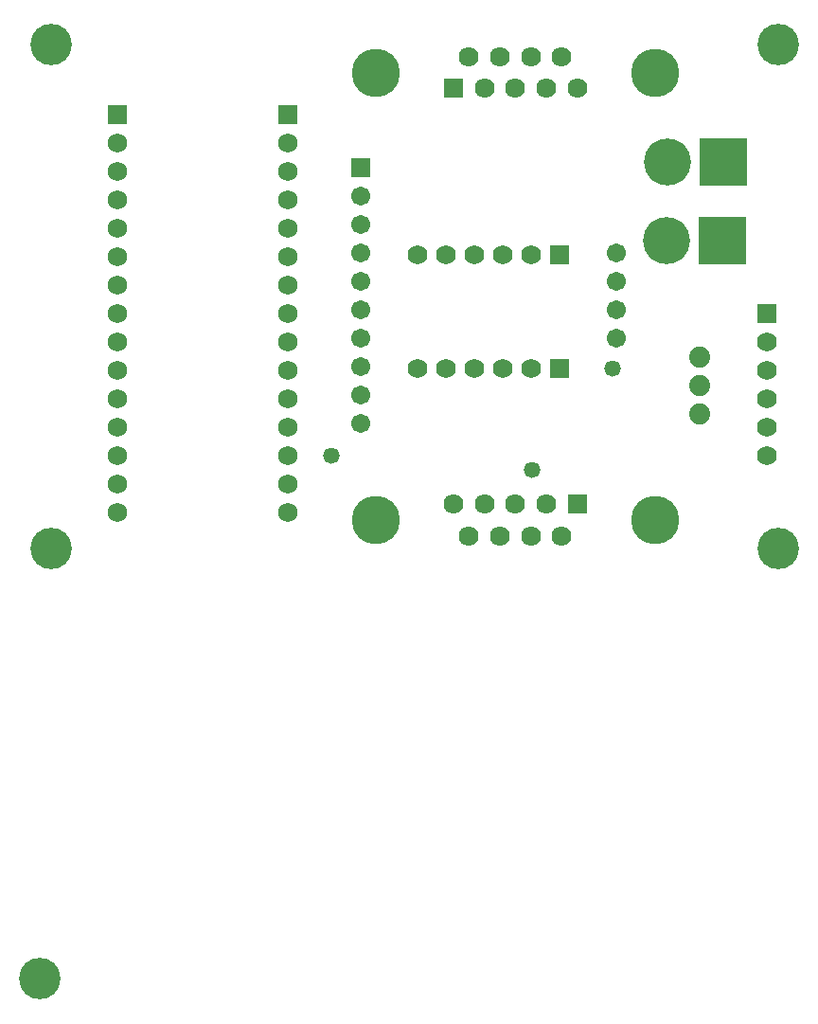
<source format=gbs>
G04*
G04 #@! TF.GenerationSoftware,Altium Limited,Altium Designer,22.8.2 (66)*
G04*
G04 Layer_Color=16711935*
%FSLAX42Y42*%
%MOMM*%
G71*
G04*
G04 #@! TF.SameCoordinates,4D0E1578-71B7-4E3A-80EC-8B728BAD2CF4*
G04*
G04*
G04 #@! TF.FilePolarity,Negative*
G04*
G01*
G75*
%ADD18C,4.32*%
%ADD19R,1.78X1.78*%
%ADD20C,1.78*%
%ADD21R,1.71X1.71*%
%ADD22C,1.71*%
%ADD23C,1.73*%
%ADD24R,1.73X1.73*%
%ADD25R,1.76X1.76*%
%ADD26C,1.76*%
%ADD27C,4.20*%
%ADD28R,4.20X4.20*%
%ADD29C,3.70*%
%ADD30R,1.76X1.76*%
%ADD31C,1.88*%
%ADD32C,1.47*%
D18*
X5649Y500D02*
D03*
X3150D02*
D03*
X5649Y4500D02*
D03*
X3150D02*
D03*
D19*
X4954Y642D02*
D03*
X3846Y4358D02*
D03*
D20*
X4815Y358D02*
D03*
X4677Y642D02*
D03*
X4538Y358D02*
D03*
X4400Y642D02*
D03*
X4262Y358D02*
D03*
X4123Y642D02*
D03*
X3985Y358D02*
D03*
X3846Y642D02*
D03*
X4954Y4358D02*
D03*
X4815Y4642D02*
D03*
X4677Y4358D02*
D03*
X4538Y4642D02*
D03*
X4400Y4358D02*
D03*
X4262Y4642D02*
D03*
X4123Y4358D02*
D03*
X3985Y4642D02*
D03*
D21*
X3014Y3648D02*
D03*
D22*
Y3140D02*
D03*
Y2886D02*
D03*
Y2632D02*
D03*
Y2378D02*
D03*
Y2124D02*
D03*
Y1870D02*
D03*
Y1616D02*
D03*
Y1362D02*
D03*
Y3394D02*
D03*
X5300Y2886D02*
D03*
Y2632D02*
D03*
Y2378D02*
D03*
Y2124D02*
D03*
D23*
X838Y566D02*
D03*
Y819D02*
D03*
Y1073D02*
D03*
Y1327D02*
D03*
Y1581D02*
D03*
Y1835D02*
D03*
Y2090D02*
D03*
Y2343D02*
D03*
Y2598D02*
D03*
Y2851D02*
D03*
Y3106D02*
D03*
Y3360D02*
D03*
Y3613D02*
D03*
Y3867D02*
D03*
X2362Y566D02*
D03*
Y819D02*
D03*
Y1073D02*
D03*
Y1327D02*
D03*
Y1581D02*
D03*
Y1835D02*
D03*
Y2090D02*
D03*
Y2343D02*
D03*
Y2598D02*
D03*
Y2851D02*
D03*
Y3106D02*
D03*
Y3360D02*
D03*
Y3613D02*
D03*
Y3867D02*
D03*
D24*
X838Y4122D02*
D03*
X2362D02*
D03*
D25*
X4795Y2871D02*
D03*
Y1855D02*
D03*
D26*
X4287Y2871D02*
D03*
X4033D02*
D03*
X3779D02*
D03*
X3525D02*
D03*
X4541D02*
D03*
Y1855D02*
D03*
X4287D02*
D03*
X4033D02*
D03*
X3779D02*
D03*
X3525D02*
D03*
X6650Y1080D02*
D03*
Y1334D02*
D03*
Y1588D02*
D03*
Y1842D02*
D03*
Y2096D02*
D03*
D27*
X5760Y3700D02*
D03*
X5750Y3000D02*
D03*
D28*
X6260Y3700D02*
D03*
X6250Y3000D02*
D03*
D29*
X250Y250D02*
D03*
X6750D02*
D03*
Y4750D02*
D03*
X250D02*
D03*
X150Y-3600D02*
D03*
D30*
X6650Y2350D02*
D03*
D31*
X6050Y1954D02*
D03*
Y1446D02*
D03*
Y1700D02*
D03*
D32*
X5270Y1860D02*
D03*
X2750Y1080D02*
D03*
X4550Y950D02*
D03*
M02*

</source>
